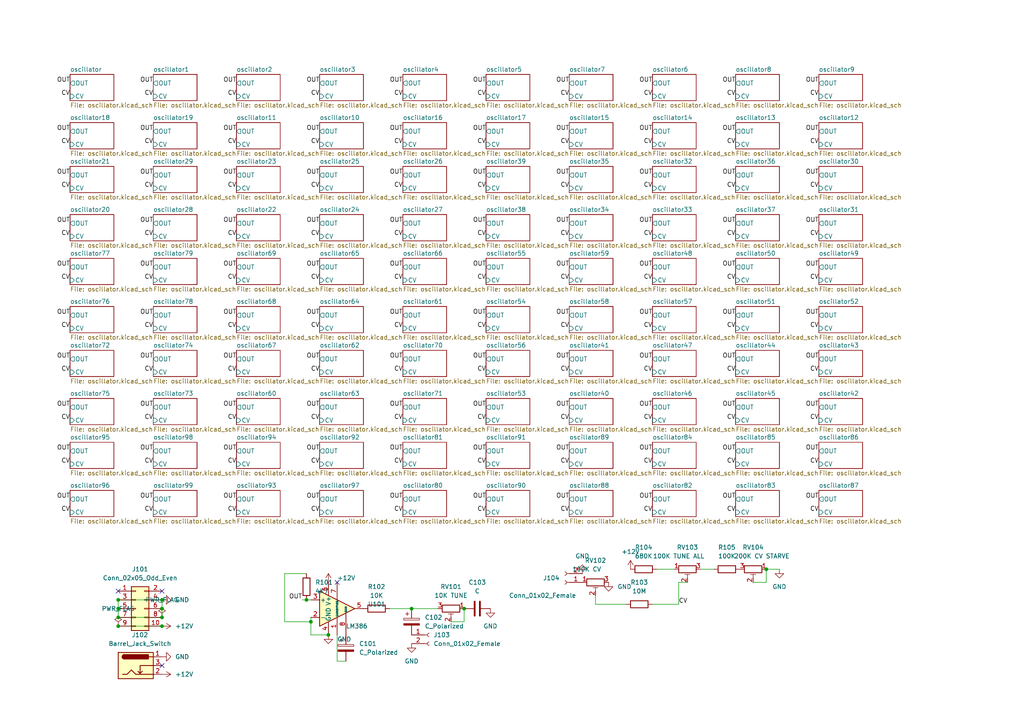
<source format=kicad_sch>
(kicad_sch (version 20210621) (generator eeschema)
  (paper "A4")
  (lib_symbols
    (symbol "Amplifier_Audio:LM386" (pin_names (offset 0.127))
      (property "Reference" "U" (at 1.27 7.62 0))
      (property "Value" "LM386" (at 1.27 5.08 0))
      (symbol "LM386_1_1"
        (pin input line (at 0 -7.62 90) (length 5.08) (name "GAIN") (number "1"))
        (pin input line (at -7.62 -2.54 0) (length 2.54) (name "-") (number "2"))
        (pin input line (at -7.62 2.54 0) (length 2.54) (name "+") (number "3"))
        (pin power_in line (at -2.54 -7.62 90) (length 3.81) (name "GND") (number "4"))
        (pin output line (at 7.62 0 180) (length 2.54) (name "~") (number "5"))
        (pin power_in line (at -2.54 7.62 270) (length 3.81) (name "V+") (number "6"))
        (pin input line (at 0 7.62 270) (length 5.08) (name "BYPASS") (number "7"))
        (pin input line (at 2.54 -7.62 90) (length 6.35) (name "GAIN") (number "8"))
      )
    )
    (symbol "Connector:Barrel_Jack_Switch" (pin_names hide)
      (property "Reference" "J" (at 0 5.334 0))
      (property "Value" "Barrel_Jack_Switch" (at 0 -5.08 0))
      (symbol "Barrel_Jack_Switch_1_1"
        (pin passive line (at 7.62 2.54 180) (length 2.54) (name "~") (number "1"))
        (pin passive line (at 7.62 -2.54 180) (length 2.54) (name "~") (number "2"))
        (pin passive line (at 7.62 0 180) (length 2.54) (name "~") (number "3"))
      )
    )
    (symbol "Connector:Conn_01x02_Female" (pin_names (offset 1.016) hide)
      (property "Reference" "J" (at 0 2.54 0))
      (property "Value" "Conn_01x02_Female" (at 0 -5.08 0))
      (symbol "Conn_01x02_Female_1_1"
        (pin passive line (at -5.08 0 0) (length 3.81) (name "Pin_1") (number "1"))
        (pin passive line (at -5.08 -2.54 0) (length 3.81) (name "Pin_2") (number "2"))
      )
    )
    (symbol "Connector_Generic:Conn_02x05_Odd_Even" (pin_names (offset 1.016) hide)
      (property "Reference" "J" (at 1.27 7.62 0))
      (property "Value" "Conn_02x05_Odd_Even" (at 1.27 -7.62 0))
      (symbol "Conn_02x05_Odd_Even_1_1"
        (pin passive line (at -5.08 5.08 0) (length 3.81) (name "Pin_1") (number "1"))
        (pin passive line (at 7.62 -5.08 180) (length 3.81) (name "Pin_10") (number "10"))
        (pin passive line (at 7.62 5.08 180) (length 3.81) (name "Pin_2") (number "2"))
        (pin passive line (at -5.08 2.54 0) (length 3.81) (name "Pin_3") (number "3"))
        (pin passive line (at 7.62 2.54 180) (length 3.81) (name "Pin_4") (number "4"))
        (pin passive line (at -5.08 0 0) (length 3.81) (name "Pin_5") (number "5"))
        (pin passive line (at 7.62 0 180) (length 3.81) (name "Pin_6") (number "6"))
        (pin passive line (at -5.08 -2.54 0) (length 3.81) (name "Pin_7") (number "7"))
        (pin passive line (at 7.62 -2.54 180) (length 3.81) (name "Pin_8") (number "8"))
        (pin passive line (at -5.08 -5.08 0) (length 3.81) (name "Pin_9") (number "9"))
      )
    )
    (symbol "Device:C" (pin_numbers hide) (pin_names (offset 0.254))
      (property "Reference" "C" (at 0.635 2.54 0))
      (property "Value" "C" (at 0.635 -2.54 0))
      (symbol "C_1_1"
        (pin passive line (at 0 3.81 270) (length 2.794) (name "~") (number "1"))
        (pin passive line (at 0 -3.81 90) (length 2.794) (name "~") (number "2"))
      )
    )
    (symbol "Device:C_Polarized" (pin_numbers hide) (pin_names (offset 0.254))
      (property "Reference" "C" (at 0.635 2.54 0))
      (property "Value" "C_Polarized" (at 0.635 -2.54 0))
      (symbol "C_Polarized_1_1"
        (pin passive line (at 0 3.81 270) (length 2.794) (name "~") (number "1"))
        (pin passive line (at 0 -3.81 90) (length 2.794) (name "~") (number "2"))
      )
    )
    (symbol "Device:R" (pin_numbers hide) (pin_names (offset 0))
      (property "Reference" "R" (at 2.032 0 90))
      (property "Value" "R" (at 0 0 90))
      (symbol "R_1_1"
        (pin passive line (at 0 3.81 270) (length 1.27) (name "~") (number "1"))
        (pin passive line (at 0 -3.81 90) (length 1.27) (name "~") (number "2"))
      )
    )
    (symbol "Device:R_Potentiometer_Trim" (pin_names (offset 1.016) hide)
      (property "Reference" "RV" (at -4.445 0 90))
      (property "Value" "R_Potentiometer_Trim" (at -2.54 0 90))
      (symbol "R_Potentiometer_Trim_1_1"
        (pin passive line (at 0 3.81 270) (length 1.27) (name "1") (number "1"))
        (pin passive line (at 3.81 0 180) (length 1.27) (name "2") (number "2"))
        (pin passive line (at 0 -3.81 90) (length 1.27) (name "3") (number "3"))
      )
    )
    (symbol "power:+12V" (power) (pin_names (offset 0))
      (property "Value" "+12V" (at 0 3.556 0))
      (symbol "+12V_1_1"
        (pin power_in line (at 0 0 90) (length 0) hide (name "+12V") (number "1"))
      )
    )
    (symbol "power:GND" (power) (pin_names (offset 0))
      (property "Value" "GND" (at 0 -3.81 0))
      (symbol "GND_1_1"
        (pin power_in line (at 0 0 270) (length 0) hide (name "GND") (number "1"))
      )
    )
    (symbol "power:PWR_FLAG" (power) (pin_numbers hide) (pin_names (offset 0) hide)
      (property "Value" "PWR_FLAG" (at 0 3.81 0))
      (symbol "PWR_FLAG_0_0"
        (pin power_out line (at 0 0 90) (length 0) (name "pwr") (number "1"))
      )
    )
  )
  (junction (at 34.29 173.99))
  (junction (at 34.29 176.53))
  (junction (at 34.29 179.07))
  (junction (at 34.29 181.61))
  (junction (at 46.99 173.99))
  (junction (at 46.99 176.53))
  (junction (at 46.99 179.07))
  (junction (at 46.99 181.61))
  (junction (at 88.9 173.99))
  (junction (at 90.17 180.34))
  (junction (at 95.25 184.15))
  (junction (at 119.38 176.53))
  (junction (at 134.62 176.53))
  (junction (at 222.25 165.1))
  (no_connect (at 34.29 171.45))
  (no_connect (at 46.99 171.45))
  (no_connect (at 46.99 193.04))
  (no_connect (at 97.79 168.91))
  (wire (pts (xy 34.29 173.99) (xy 34.29 176.53)))
  (wire (pts (xy 34.29 173.99) (xy 46.99 173.99)))
  (wire (pts (xy 34.29 176.53) (xy 34.29 179.07)))
  (wire (pts (xy 34.29 179.07) (xy 46.99 179.07)))
  (wire (pts (xy 34.29 181.61) (xy 46.99 181.61)))
  (wire (pts (xy 46.99 173.99) (xy 46.99 176.53)))
  (wire (pts (xy 46.99 176.53) (xy 46.99 179.07)))
  (wire (pts (xy 82.55 166.37) (xy 82.55 180.34)))
  (wire (pts (xy 82.55 180.34) (xy 90.17 180.34)))
  (wire (pts (xy 87.63 173.99) (xy 88.9 173.99)))
  (wire (pts (xy 88.9 166.37) (xy 82.55 166.37)))
  (wire (pts (xy 88.9 173.99) (xy 90.17 173.99)))
  (wire (pts (xy 90.17 179.07) (xy 90.17 180.34)))
  (wire (pts (xy 90.17 180.34) (xy 90.17 184.15)))
  (wire (pts (xy 90.17 184.15) (xy 95.25 184.15)))
  (wire (pts (xy 97.79 184.15) (xy 97.79 191.77)))
  (wire (pts (xy 97.79 191.77) (xy 100.33 191.77)))
  (wire (pts (xy 113.03 176.53) (xy 119.38 176.53)))
  (wire (pts (xy 119.38 176.53) (xy 127 176.53)))
  (wire (pts (xy 130.81 180.34) (xy 134.62 180.34)))
  (wire (pts (xy 134.62 180.34) (xy 134.62 176.53)))
  (wire (pts (xy 172.72 172.72) (xy 172.72 175.26)))
  (wire (pts (xy 172.72 175.26) (xy 181.61 175.26)))
  (wire (pts (xy 189.23 175.26) (xy 196.85 175.26)))
  (wire (pts (xy 190.5 165.1) (xy 195.58 165.1)))
  (wire (pts (xy 196.85 168.91) (xy 199.39 168.91)))
  (wire (pts (xy 196.85 175.26) (xy 196.85 168.91)))
  (wire (pts (xy 203.2 165.1) (xy 207.01 165.1)))
  (wire (pts (xy 218.44 168.91) (xy 222.25 168.91)))
  (wire (pts (xy 222.25 165.1) (xy 222.25 168.91)))
  (wire (pts (xy 222.25 165.1) (xy 226.06 165.1)))
  (label "OUT" (at 20.32 24.13 180))
  (label "CV" (at 20.32 27.94 180))
  (label "OUT" (at 20.32 38.1 180))
  (label "CV" (at 20.32 41.91 180))
  (label "OUT" (at 20.32 50.8 180))
  (label "CV" (at 20.32 54.61 180))
  (label "OUT" (at 20.32 64.77 180))
  (label "CV" (at 20.32 68.58 180))
  (label "OUT" (at 20.32 77.47 180))
  (label "CV" (at 20.32 81.28 180))
  (label "OUT" (at 20.32 91.44 180))
  (label "CV" (at 20.32 95.25 180))
  (label "OUT" (at 20.32 104.14 180))
  (label "CV" (at 20.32 107.95 180))
  (label "OUT" (at 20.32 118.11 180))
  (label "CV" (at 20.32 121.92 180))
  (label "OUT" (at 20.32 130.81 180))
  (label "CV" (at 20.32 134.62 180))
  (label "OUT" (at 20.32 144.78 180))
  (label "CV" (at 20.32 148.59 180))
  (label "OUT" (at 44.45 24.13 180))
  (label "CV" (at 44.45 27.94 180))
  (label "OUT" (at 44.45 38.1 180))
  (label "CV" (at 44.45 41.91 180))
  (label "OUT" (at 44.45 50.8 180))
  (label "CV" (at 44.45 54.61 180))
  (label "OUT" (at 44.45 64.77 180))
  (label "CV" (at 44.45 68.58 180))
  (label "OUT" (at 44.45 77.47 180))
  (label "CV" (at 44.45 81.28 180))
  (label "OUT" (at 44.45 91.44 180))
  (label "CV" (at 44.45 95.25 180))
  (label "OUT" (at 44.45 104.14 180))
  (label "CV" (at 44.45 107.95 180))
  (label "OUT" (at 44.45 118.11 180))
  (label "CV" (at 44.45 121.92 180))
  (label "OUT" (at 44.45 130.81 180))
  (label "CV" (at 44.45 134.62 180))
  (label "OUT" (at 44.45 144.78 180))
  (label "CV" (at 44.45 148.59 180))
  (label "OUT" (at 68.58 24.13 180))
  (label "CV" (at 68.58 27.94 180))
  (label "OUT" (at 68.58 38.1 180))
  (label "CV" (at 68.58 41.91 180))
  (label "OUT" (at 68.58 50.8 180))
  (label "CV" (at 68.58 54.61 180))
  (label "OUT" (at 68.58 64.77 180))
  (label "CV" (at 68.58 68.58 180))
  (label "OUT" (at 68.58 77.47 180))
  (label "CV" (at 68.58 81.28 180))
  (label "OUT" (at 68.58 91.44 180))
  (label "CV" (at 68.58 95.25 180))
  (label "OUT" (at 68.58 104.14 180))
  (label "CV" (at 68.58 107.95 180))
  (label "OUT" (at 68.58 118.11 180))
  (label "CV" (at 68.58 121.92 180))
  (label "OUT" (at 68.58 130.81 180))
  (label "CV" (at 68.58 134.62 180))
  (label "OUT" (at 68.58 144.78 180))
  (label "CV" (at 68.58 148.59 180))
  (label "OUT" (at 87.63 173.99 180))
  (label "OUT" (at 92.71 24.13 180))
  (label "CV" (at 92.71 27.94 180))
  (label "OUT" (at 92.71 38.1 180))
  (label "CV" (at 92.71 41.91 180))
  (label "OUT" (at 92.71 50.8 180))
  (label "CV" (at 92.71 54.61 180))
  (label "OUT" (at 92.71 64.77 180))
  (label "CV" (at 92.71 68.58 180))
  (label "OUT" (at 92.71 77.47 180))
  (label "CV" (at 92.71 81.28 180))
  (label "OUT" (at 92.71 91.44 180))
  (label "CV" (at 92.71 95.25 180))
  (label "OUT" (at 92.71 104.14 180))
  (label "CV" (at 92.71 107.95 180))
  (label "OUT" (at 92.71 118.11 180))
  (label "CV" (at 92.71 121.92 180))
  (label "OUT" (at 92.71 130.81 180))
  (label "CV" (at 92.71 134.62 180))
  (label "OUT" (at 92.71 144.78 180))
  (label "CV" (at 92.71 148.59 180))
  (label "OUT" (at 116.84 24.13 180))
  (label "CV" (at 116.84 27.94 180))
  (label "OUT" (at 116.84 38.1 180))
  (label "CV" (at 116.84 41.91 180))
  (label "OUT" (at 116.84 50.8 180))
  (label "CV" (at 116.84 54.61 180))
  (label "OUT" (at 116.84 64.77 180))
  (label "CV" (at 116.84 68.58 180))
  (label "OUT" (at 116.84 77.47 180))
  (label "CV" (at 116.84 81.28 180))
  (label "OUT" (at 116.84 91.44 180))
  (label "CV" (at 116.84 95.25 180))
  (label "OUT" (at 116.84 104.14 180))
  (label "CV" (at 116.84 107.95 180))
  (label "OUT" (at 116.84 118.11 180))
  (label "CV" (at 116.84 121.92 180))
  (label "OUT" (at 116.84 130.81 180))
  (label "CV" (at 116.84 134.62 180))
  (label "OUT" (at 116.84 144.78 180))
  (label "CV" (at 116.84 148.59 180))
  (label "OUT" (at 140.97 24.13 180))
  (label "CV" (at 140.97 27.94 180))
  (label "OUT" (at 140.97 38.1 180))
  (label "CV" (at 140.97 41.91 180))
  (label "OUT" (at 140.97 50.8 180))
  (label "CV" (at 140.97 54.61 180))
  (label "OUT" (at 140.97 64.77 180))
  (label "CV" (at 140.97 68.58 180))
  (label "OUT" (at 140.97 77.47 180))
  (label "CV" (at 140.97 81.28 180))
  (label "OUT" (at 140.97 91.44 180))
  (label "CV" (at 140.97 95.25 180))
  (label "OUT" (at 140.97 104.14 180))
  (label "CV" (at 140.97 107.95 180))
  (label "OUT" (at 140.97 118.11 180))
  (label "CV" (at 140.97 121.92 180))
  (label "OUT" (at 140.97 130.81 180))
  (label "CV" (at 140.97 134.62 180))
  (label "OUT" (at 140.97 144.78 180))
  (label "CV" (at 140.97 148.59 180))
  (label "OUT" (at 165.1 24.13 180))
  (label "CV" (at 165.1 27.94 180))
  (label "OUT" (at 165.1 38.1 180))
  (label "CV" (at 165.1 41.91 180))
  (label "OUT" (at 165.1 50.8 180))
  (label "CV" (at 165.1 54.61 180))
  (label "OUT" (at 165.1 64.77 180))
  (label "CV" (at 165.1 68.58 180))
  (label "OUT" (at 165.1 77.47 180))
  (label "CV" (at 165.1 81.28 180))
  (label "OUT" (at 165.1 91.44 180))
  (label "CV" (at 165.1 95.25 180))
  (label "OUT" (at 165.1 104.14 180))
  (label "CV" (at 165.1 107.95 180))
  (label "OUT" (at 165.1 118.11 180))
  (label "CV" (at 165.1 121.92 180))
  (label "OUT" (at 165.1 130.81 180))
  (label "CV" (at 165.1 134.62 180))
  (label "OUT" (at 165.1 144.78 180))
  (label "CV" (at 165.1 148.59 180))
  (label "OUT" (at 189.23 24.13 180))
  (label "CV" (at 189.23 27.94 180))
  (label "OUT" (at 189.23 38.1 180))
  (label "CV" (at 189.23 41.91 180))
  (label "OUT" (at 189.23 50.8 180))
  (label "CV" (at 189.23 54.61 180))
  (label "OUT" (at 189.23 64.77 180))
  (label "CV" (at 189.23 68.58 180))
  (label "OUT" (at 189.23 77.47 180))
  (label "CV" (at 189.23 81.28 180))
  (label "OUT" (at 189.23 91.44 180))
  (label "CV" (at 189.23 95.25 180))
  (label "OUT" (at 189.23 104.14 180))
  (label "CV" (at 189.23 107.95 180))
  (label "OUT" (at 189.23 118.11 180))
  (label "CV" (at 189.23 121.92 180))
  (label "OUT" (at 189.23 130.81 180))
  (label "CV" (at 189.23 134.62 180))
  (label "OUT" (at 189.23 144.78 180))
  (label "CV" (at 189.23 148.59 180))
  (label "CV" (at 196.85 175.26 0))
  (label "OUT" (at 213.36 24.13 180))
  (label "CV" (at 213.36 27.94 180))
  (label "OUT" (at 213.36 38.1 180))
  (label "CV" (at 213.36 41.91 180))
  (label "OUT" (at 213.36 50.8 180))
  (label "CV" (at 213.36 54.61 180))
  (label "OUT" (at 213.36 64.77 180))
  (label "CV" (at 213.36 68.58 180))
  (label "OUT" (at 213.36 77.47 180))
  (label "CV" (at 213.36 81.28 180))
  (label "OUT" (at 213.36 91.44 180))
  (label "CV" (at 213.36 95.25 180))
  (label "OUT" (at 213.36 104.14 180))
  (label "CV" (at 213.36 107.95 180))
  (label "OUT" (at 213.36 118.11 180))
  (label "CV" (at 213.36 121.92 180))
  (label "OUT" (at 213.36 130.81 180))
  (label "CV" (at 213.36 134.62 180))
  (label "OUT" (at 213.36 144.78 180))
  (label "CV" (at 213.36 148.59 180))
  (label "OUT" (at 237.49 24.13 180))
  (label "CV" (at 237.49 27.94 180))
  (label "OUT" (at 237.49 38.1 180))
  (label "CV" (at 237.49 41.91 180))
  (label "OUT" (at 237.49 50.8 180))
  (label "CV" (at 237.49 54.61 180))
  (label "OUT" (at 237.49 64.77 180))
  (label "CV" (at 237.49 68.58 180))
  (label "OUT" (at 237.49 77.47 180))
  (label "CV" (at 237.49 81.28 180))
  (label "OUT" (at 237.49 91.44 180))
  (label "CV" (at 237.49 95.25 180))
  (label "OUT" (at 237.49 104.14 180))
  (label "CV" (at 237.49 107.95 180))
  (label "OUT" (at 237.49 118.11 180))
  (label "CV" (at 237.49 121.92 180))
  (label "OUT" (at 237.49 130.81 180))
  (label "CV" (at 237.49 134.62 180))
  (label "OUT" (at 237.49 144.78 180))
  (label "CV" (at 237.49 148.59 180))
  (symbol (lib_id "power:+12V") (at 46.99 181.61 270) (unit 1)
    (property "Reference" "#PWR0102" (effects hide))
    (property "Value" "+12V" (at 50.8 181.6099 90) (effects (justify left)))
  )
  (symbol (lib_id "power:+12V") (at 46.99 195.58 270) (unit 1)
    (property "Reference" "#PWR0104" (effects hide))
    (property "Value" "+12V" (at 50.8 195.5799 90) (effects (justify left)))
  )
  (symbol (lib_id "power:+12V") (at 95.25 168.91 0) (unit 1)
    (property "Reference" "#PWR0105" (effects hide))
    (property "Value" "+12V" (at 97.79 167.6399 0) (effects (justify left)))
  )
  (symbol (lib_id "power:+12V") (at 182.88 165.1 0) (unit 1)
    (property "Reference" "#PWR0111" (effects hide))
    (property "Value" "+12V" (at 182.88 160.02 0))
  )
  (symbol (lib_id "power:PWR_FLAG") (at 34.29 181.61 0) (unit 1)
    (property "Reference" "#FLG0101" (effects hide))
    (property "Value" "PWR_FLAG" (at 34.29 176.53 0))
  )
  (symbol (lib_id "power:PWR_FLAG") (at 46.99 179.07 0) (unit 1)
    (property "Reference" "#FLG0102" (effects hide))
    (property "Value" "PWR_FLAG" (at 46.99 173.99 0))
  )
  (symbol (lib_id "power:GND") (at 46.99 173.99 90) (unit 1)
    (property "Reference" "#PWR0101" (effects hide))
    (property "Value" "GND" (at 50.8 173.9899 90) (effects (justify right)))
  )
  (symbol (lib_id "power:GND") (at 46.99 190.5 90) (unit 1)
    (property "Reference" "#PWR0103" (effects hide))
    (property "Value" "GND" (at 50.8 190.4999 90) (effects (justify right)))
  )
  (symbol (lib_id "power:GND") (at 95.25 184.15 0) (unit 1)
    (property "Reference" "#PWR0106" (effects hide))
    (property "Value" "GND" (at 97.79 185.4198 0) (effects (justify left)))
  )
  (symbol (lib_id "power:GND") (at 119.38 186.69 0) (unit 1)
    (property "Reference" "#PWR0107" (effects hide))
    (property "Value" "GND" (at 119.38 191.77 0))
  )
  (symbol (lib_id "power:GND") (at 142.24 176.53 0) (unit 1)
    (property "Reference" "#PWR0108" (effects hide))
    (property "Value" "GND" (at 142.24 181.61 0))
  )
  (symbol (lib_id "power:GND") (at 168.91 166.37 180) (unit 1)
    (property "Reference" "#PWR0109" (effects hide))
    (property "Value" "GND" (at 168.91 161.29 0))
  )
  (symbol (lib_id "power:GND") (at 176.53 168.91 0) (unit 1)
    (property "Reference" "#PWR0110" (effects hide))
    (property "Value" "GND" (at 179.07 170.1798 0) (effects (justify left)))
  )
  (symbol (lib_id "power:GND") (at 226.06 165.1 0) (unit 1)
    (property "Reference" "#PWR0112" (effects hide))
    (property "Value" "GND" (at 226.06 170.18 0))
  )
  (symbol (lib_id "Device:R") (at 88.9 170.18 0) (unit 1)
    (property "Reference" "R101" (at 91.44 168.9099 0) (effects (justify left)))
    (property "Value" "4K7" (at 91.44 171.4499 0) (effects (justify left)))
    (property "Footprint" "Resistor_SMD:R_1206_3216Metric_Pad1.30x1.75mm_HandSolder" (effects hide))
    (property "Price" "0.015" (effects hide))
  )
  (symbol (lib_id "Device:R") (at 109.22 176.53 90) (unit 1)
    (property "Reference" "R102" (at 109.22 170.18 90))
    (property "Value" "10K" (at 109.22 172.72 90))
    (property "Footprint" "Resistor_SMD:R_1206_3216Metric_Pad1.30x1.75mm_HandSolder" (effects hide))
    (property "Price" "0.015" (effects hide))
  )
  (symbol (lib_id "Device:R") (at 185.42 175.26 90) (unit 1)
    (property "Reference" "R103" (at 185.42 168.91 90))
    (property "Value" "10M" (at 185.42 171.45 90))
    (property "Footprint" "Resistor_SMD:R_1206_3216Metric_Pad1.30x1.75mm_HandSolder" (effects hide))
    (property "Price" "0.015" (effects hide))
  )
  (symbol (lib_id "Device:R") (at 186.69 165.1 90) (unit 1)
    (property "Reference" "R104" (at 186.69 158.75 90))
    (property "Value" "680K" (at 186.69 161.29 90))
    (property "Footprint" "Resistor_SMD:R_1206_3216Metric_Pad1.30x1.75mm_HandSolder" (effects hide))
    (property "Price" "0.015" (effects hide))
  )
  (symbol (lib_id "Device:R") (at 210.82 165.1 90) (unit 1)
    (property "Reference" "R105" (at 210.82 158.75 90))
    (property "Value" "100K" (at 210.82 161.29 90))
    (property "Footprint" "Resistor_SMD:R_1206_3216Metric_Pad1.30x1.75mm_HandSolder" (effects hide))
    (property "Price" "0.015" (effects hide))
  )
  (symbol (lib_id "Connector:Conn_01x02_Female") (at 124.46 184.15 0) (unit 1)
    (property "Reference" "J103" (at 125.73 184.1499 0) (effects (justify left)))
    (property "Value" "Conn_01x02_Female" (at 125.73 186.6899 0) (effects (justify left)))
    (property "Footprint" "Connector_PinHeader_2.54mm:PinHeader_1x02_P2.54mm_Vertical" (effects hide))
  )
  (symbol (lib_id "Connector:Conn_01x02_Female") (at 163.83 168.91 180) (unit 1)
    (property "Reference" "J104" (at 159.9057 167.64 0))
    (property "Value" "Conn_01x02_Female" (at 157.3657 172.72 0))
    (property "Footprint" "Connector_PinHeader_2.54mm:PinHeader_1x02_P2.54mm_Vertical" (effects hide))
  )
  (symbol (lib_id "Device:C_Polarized") (at 100.33 187.96 0) (unit 1)
    (property "Reference" "C101" (at 104.14 186.6899 0) (effects (justify left)))
    (property "Value" "C_Polarized" (at 104.14 189.2299 0) (effects (justify left)))
    (property "Footprint" "Capacitor_THT:CP_Radial_D6.3mm_P2.50mm" (effects hide))
    (property "Price" "0.05" (effects hide))
  )
  (symbol (lib_id "Device:C_Polarized") (at 119.38 180.34 0) (unit 1)
    (property "Reference" "C102" (at 123.19 179.0699 0) (effects (justify left)))
    (property "Value" "C_Polarized" (at 123.19 181.6099 0) (effects (justify left)))
    (property "Footprint" "Capacitor_THT:CP_Radial_D6.3mm_P2.50mm" (effects hide))
    (property "Price" "0.05" (effects hide))
  )
  (symbol (lib_id "Device:C") (at 138.43 176.53 90) (unit 1)
    (property "Reference" "C103" (at 138.43 168.91 90))
    (property "Value" "C" (at 138.43 171.45 90))
    (property "Footprint" "Capacitor_THT:C_Disc_D4.7mm_W2.5mm_P5.00mm" (effects hide))
    (property "Price" "0.02" (effects hide))
  )
  (symbol (lib_id "Device:R_Potentiometer_Trim") (at 130.81 176.53 270) (unit 1)
    (property "Reference" "RV101" (at 130.81 170.18 90))
    (property "Value" "10K TUNE" (at 130.81 172.72 90))
    (property "Footprint" "Potentiometer_THT:Potentiometer_Bourns_3386F_Vertical" (effects hide))
    (property "Price" "0.06" (effects hide))
  )
  (symbol (lib_id "Device:R_Potentiometer_Trim") (at 172.72 168.91 90) (mirror x) (unit 1)
    (property "Reference" "RV102" (at 172.72 162.56 90))
    (property "Value" "100K CV" (at 170.18 165.1 90))
    (property "Footprint" "Potentiometer_THT:Potentiometer_Bourns_3386F_Vertical" (effects hide))
    (property "Price" "0.06" (effects hide))
  )
  (symbol (lib_id "Device:R_Potentiometer_Trim") (at 199.39 165.1 90) (mirror x) (unit 1)
    (property "Reference" "RV103" (at 199.39 158.75 90))
    (property "Value" "100K TUNE ALL" (at 196.85 161.29 90))
    (property "Footprint" "Potentiometer_THT:Potentiometer_Bourns_3386F_Vertical" (effects hide))
    (property "Price" "0.06" (effects hide))
  )
  (symbol (lib_id "Device:R_Potentiometer_Trim") (at 218.44 165.1 270) (unit 1)
    (property "Reference" "RV104" (at 218.44 158.75 90))
    (property "Value" "200K CV STARVE" (at 220.98 161.29 90))
    (property "Footprint" "Potentiometer_THT:Potentiometer_Bourns_3386F_Vertical" (effects hide))
    (property "Price" "0.06" (effects hide))
  )
  (symbol (lib_id "Connector:Barrel_Jack_Switch") (at 39.37 193.04 0) (unit 1)
    (property "Reference" "J102" (at 40.5765 184.15 0))
    (property "Value" "Barrel_Jack_Switch" (at 40.5765 186.69 0))
    (property "Footprint" "Connector_BarrelJack:BarrelJack_GCT_DCJ200-10-A_Horizontal" (effects hide))
    (property "Price" "0.05" (effects hide))
  )
  (symbol (lib_id "Connector_Generic:Conn_02x05_Odd_Even") (at 39.37 176.53 0) (unit 1)
    (property "Reference" "J101" (at 40.64 165.1 0))
    (property "Value" "Conn_02x05_Odd_Even" (at 40.64 167.64 0))
    (property "Footprint" "Connector_IDC:IDC-Header_2x05_P2.54mm_Vertical" (effects hide))
    (property "Price" "0.05" (effects hide))
  )
  (symbol (lib_id "Amplifier_Audio:LM386") (at 97.79 176.53 0) (unit 1)
    (property "Reference" "U101" (at 106.68 175.2599 0) (effects (justify left)))
    (property "Value" "LM386" (at 100.33 181.6099 0) (effects (justify left)))
    (property "Footprint" "Package_DIP:DIP-8_W7.62mm_Socket_LongPads" (effects hide))
    (property "Datasheet" "http://www.ti.com/lit/ds/symlink/lm386.pdf" (effects hide))
    (property "Price" "0.23" (effects hide))
  )
  (sheet (at 20.32 21.59) (size 12.7 7.62) (stroke (width 0.1524))
    (property "Sheet name" "oscillator" (at 20.32 20.8784 0) (effects (justify left bottom)))
    (property "Sheet file" "oscillator.kicad_sch" (at 20.32 29.7946 0) (effects (justify left top)))
    (pin "CV" input (at 20.32 27.94 180))
    (pin "OUT" output (at 20.32 24.13 180))
  )
  (sheet (at 44.45 21.59) (size 12.7 7.62) (stroke (width 0.1524))
    (property "Sheet name" "oscillator1" (at 44.45 20.8784 0) (effects (justify left bottom)))
    (property "Sheet file" "oscillator.kicad_sch" (at 44.45 29.7946 0) (effects (justify left top)))
    (pin "CV" input (at 44.45 27.94 180))
    (pin "OUT" output (at 44.45 24.13 180))
  )
  (sheet (at 92.71 35.56) (size 12.7 7.62) (stroke (width 0.1524))
    (property "Sheet name" "oscillator10" (at 92.71 34.8484 0) (effects (justify left bottom)))
    (property "Sheet file" "oscillator.kicad_sch" (at 92.71 43.7646 0) (effects (justify left top)))
    (pin "CV" input (at 92.71 41.91 180))
    (pin "OUT" output (at 92.71 38.1 180))
  )
  (sheet (at 68.58 35.56) (size 12.7 7.62) (stroke (width 0.1524))
    (property "Sheet name" "oscillator11" (at 68.58 34.8484 0) (effects (justify left bottom)))
    (property "Sheet file" "oscillator.kicad_sch" (at 68.58 43.7646 0) (effects (justify left top)))
    (pin "CV" input (at 68.58 41.91 180))
    (pin "OUT" output (at 68.58 38.1 180))
  )
  (sheet (at 237.49 35.56) (size 12.7 7.62) (stroke (width 0.1524))
    (property "Sheet name" "oscillator12" (at 237.49 34.8484 0) (effects (justify left bottom)))
    (property "Sheet file" "oscillator.kicad_sch" (at 237.49 43.7646 0) (effects (justify left top)))
    (pin "CV" input (at 237.49 41.91 180))
    (pin "OUT" output (at 237.49 38.1 180))
  )
  (sheet (at 213.36 35.56) (size 12.7 7.62) (stroke (width 0.1524))
    (property "Sheet name" "oscillator13" (at 213.36 34.8484 0) (effects (justify left bottom)))
    (property "Sheet file" "oscillator.kicad_sch" (at 213.36 43.7646 0) (effects (justify left top)))
    (pin "CV" input (at 213.36 41.91 180))
    (pin "OUT" output (at 213.36 38.1 180))
  )
  (sheet (at 189.23 35.56) (size 12.7 7.62) (stroke (width 0.1524))
    (property "Sheet name" "oscillator14" (at 189.23 34.8484 0) (effects (justify left bottom)))
    (property "Sheet file" "oscillator.kicad_sch" (at 189.23 43.7646 0) (effects (justify left top)))
    (pin "CV" input (at 189.23 41.91 180))
    (pin "OUT" output (at 189.23 38.1 180))
  )
  (sheet (at 165.1 35.56) (size 12.7 7.62) (stroke (width 0.1524))
    (property "Sheet name" "oscillator15" (at 165.1 34.8484 0) (effects (justify left bottom)))
    (property "Sheet file" "oscillator.kicad_sch" (at 165.1 43.7646 0) (effects (justify left top)))
    (pin "CV" input (at 165.1 41.91 180))
    (pin "OUT" output (at 165.1 38.1 180))
  )
  (sheet (at 116.84 35.56) (size 12.7 7.62) (stroke (width 0.1524))
    (property "Sheet name" "oscillator16" (at 116.84 34.8484 0) (effects (justify left bottom)))
    (property "Sheet file" "oscillator.kicad_sch" (at 116.84 43.7646 0) (effects (justify left top)))
    (pin "CV" input (at 116.84 41.91 180))
    (pin "OUT" output (at 116.84 38.1 180))
  )
  (sheet (at 140.97 35.56) (size 12.7 7.62) (stroke (width 0.1524))
    (property "Sheet name" "oscillator17" (at 140.97 34.8484 0) (effects (justify left bottom)))
    (property "Sheet file" "oscillator.kicad_sch" (at 140.97 43.7646 0) (effects (justify left top)))
    (pin "CV" input (at 140.97 41.91 180))
    (pin "OUT" output (at 140.97 38.1 180))
  )
  (sheet (at 20.32 35.56) (size 12.7 7.62) (stroke (width 0.1524))
    (property "Sheet name" "oscillator18" (at 20.32 34.8484 0) (effects (justify left bottom)))
    (property "Sheet file" "oscillator.kicad_sch" (at 20.32 43.7646 0) (effects (justify left top)))
    (pin "CV" input (at 20.32 41.91 180))
    (pin "OUT" output (at 20.32 38.1 180))
  )
  (sheet (at 44.45 35.56) (size 12.7 7.62) (stroke (width 0.1524))
    (property "Sheet name" "oscillator19" (at 44.45 34.8484 0) (effects (justify left bottom)))
    (property "Sheet file" "oscillator.kicad_sch" (at 44.45 43.7646 0) (effects (justify left top)))
    (pin "CV" input (at 44.45 41.91 180))
    (pin "OUT" output (at 44.45 38.1 180))
  )
  (sheet (at 68.58 21.59) (size 12.7 7.62) (stroke (width 0.1524))
    (property "Sheet name" "oscillator2" (at 68.58 20.8784 0) (effects (justify left bottom)))
    (property "Sheet file" "oscillator.kicad_sch" (at 68.58 29.7946 0) (effects (justify left top)))
    (pin "CV" input (at 68.58 27.94 180))
    (pin "OUT" output (at 68.58 24.13 180))
  )
  (sheet (at 20.32 62.23) (size 12.7 7.62) (stroke (width 0.1524))
    (property "Sheet name" "oscillator20" (at 20.32 61.5184 0) (effects (justify left bottom)))
    (property "Sheet file" "oscillator.kicad_sch" (at 20.32 70.4346 0) (effects (justify left top)))
    (pin "CV" input (at 20.32 68.58 180))
    (pin "OUT" output (at 20.32 64.77 180))
  )
  (sheet (at 20.32 48.26) (size 12.7 7.62) (stroke (width 0.1524))
    (property "Sheet name" "oscillator21" (at 20.32 47.5484 0) (effects (justify left bottom)))
    (property "Sheet file" "oscillator.kicad_sch" (at 20.32 56.4646 0) (effects (justify left top)))
    (pin "CV" input (at 20.32 54.61 180))
    (pin "OUT" output (at 20.32 50.8 180))
  )
  (sheet (at 68.58 62.23) (size 12.7 7.62) (stroke (width 0.1524))
    (property "Sheet name" "oscillator22" (at 68.58 61.5184 0) (effects (justify left bottom)))
    (property "Sheet file" "oscillator.kicad_sch" (at 68.58 70.4346 0) (effects (justify left top)))
    (pin "CV" input (at 68.58 68.58 180))
    (pin "OUT" output (at 68.58 64.77 180))
  )
  (sheet (at 68.58 48.26) (size 12.7 7.62) (stroke (width 0.1524))
    (property "Sheet name" "oscillator23" (at 68.58 47.5484 0) (effects (justify left bottom)))
    (property "Sheet file" "oscillator.kicad_sch" (at 68.58 56.4646 0) (effects (justify left top)))
    (pin "CV" input (at 68.58 54.61 180))
    (pin "OUT" output (at 68.58 50.8 180))
  )
  (sheet (at 92.71 62.23) (size 12.7 7.62) (stroke (width 0.1524))
    (property "Sheet name" "oscillator24" (at 92.71 61.5184 0) (effects (justify left bottom)))
    (property "Sheet file" "oscillator.kicad_sch" (at 92.71 70.4346 0) (effects (justify left top)))
    (pin "CV" input (at 92.71 68.58 180))
    (pin "OUT" output (at 92.71 64.77 180))
  )
  (sheet (at 92.71 48.26) (size 12.7 7.62) (stroke (width 0.1524))
    (property "Sheet name" "oscillator25" (at 92.71 47.5484 0) (effects (justify left bottom)))
    (property "Sheet file" "oscillator.kicad_sch" (at 92.71 56.4646 0) (effects (justify left top)))
    (pin "CV" input (at 92.71 54.61 180))
    (pin "OUT" output (at 92.71 50.8 180))
  )
  (sheet (at 116.84 48.26) (size 12.7 7.62) (stroke (width 0.1524))
    (property "Sheet name" "oscillator26" (at 116.84 47.5484 0) (effects (justify left bottom)))
    (property "Sheet file" "oscillator.kicad_sch" (at 116.84 56.4646 0) (effects (justify left top)))
    (pin "CV" input (at 116.84 54.61 180))
    (pin "OUT" output (at 116.84 50.8 180))
  )
  (sheet (at 116.84 62.23) (size 12.7 7.62) (stroke (width 0.1524))
    (property "Sheet name" "oscillator27" (at 116.84 61.5184 0) (effects (justify left bottom)))
    (property "Sheet file" "oscillator.kicad_sch" (at 116.84 70.4346 0) (effects (justify left top)))
    (pin "CV" input (at 116.84 68.58 180))
    (pin "OUT" output (at 116.84 64.77 180))
  )
  (sheet (at 44.45 62.23) (size 12.7 7.62) (stroke (width 0.1524))
    (property "Sheet name" "oscillator28" (at 44.45 61.5184 0) (effects (justify left bottom)))
    (property "Sheet file" "oscillator.kicad_sch" (at 44.45 70.4346 0) (effects (justify left top)))
    (pin "CV" input (at 44.45 68.58 180))
    (pin "OUT" output (at 44.45 64.77 180))
  )
  (sheet (at 44.45 48.26) (size 12.7 7.62) (stroke (width 0.1524))
    (property "Sheet name" "oscillator29" (at 44.45 47.5484 0) (effects (justify left bottom)))
    (property "Sheet file" "oscillator.kicad_sch" (at 44.45 56.4646 0) (effects (justify left top)))
    (pin "CV" input (at 44.45 54.61 180))
    (pin "OUT" output (at 44.45 50.8 180))
  )
  (sheet (at 92.71 21.59) (size 12.7 7.62) (stroke (width 0.1524))
    (property "Sheet name" "oscillator3" (at 92.71 20.8784 0) (effects (justify left bottom)))
    (property "Sheet file" "oscillator.kicad_sch" (at 92.71 29.7946 0) (effects (justify left top)))
    (pin "CV" input (at 92.71 27.94 180))
    (pin "OUT" output (at 92.71 24.13 180))
  )
  (sheet (at 237.49 48.26) (size 12.7 7.62) (stroke (width 0.1524))
    (property "Sheet name" "oscillator30" (at 237.49 47.5484 0) (effects (justify left bottom)))
    (property "Sheet file" "oscillator.kicad_sch" (at 237.49 56.4646 0) (effects (justify left top)))
    (pin "CV" input (at 237.49 54.61 180))
    (pin "OUT" output (at 237.49 50.8 180))
  )
  (sheet (at 237.49 62.23) (size 12.7 7.62) (stroke (width 0.1524))
    (property "Sheet name" "oscillator31" (at 237.49 61.5184 0) (effects (justify left bottom)))
    (property "Sheet file" "oscillator.kicad_sch" (at 237.49 70.4346 0) (effects (justify left top)))
    (pin "CV" input (at 237.49 68.58 180))
    (pin "OUT" output (at 237.49 64.77 180))
  )
  (sheet (at 189.23 48.26) (size 12.7 7.62) (stroke (width 0.1524))
    (property "Sheet name" "oscillator32" (at 189.23 47.5484 0) (effects (justify left bottom)))
    (property "Sheet file" "oscillator.kicad_sch" (at 189.23 56.4646 0) (effects (justify left top)))
    (pin "CV" input (at 189.23 54.61 180))
    (pin "OUT" output (at 189.23 50.8 180))
  )
  (sheet (at 189.23 62.23) (size 12.7 7.62) (stroke (width 0.1524))
    (property "Sheet name" "oscillator33" (at 189.23 61.5184 0) (effects (justify left bottom)))
    (property "Sheet file" "oscillator.kicad_sch" (at 189.23 70.4346 0) (effects (justify left top)))
    (pin "CV" input (at 189.23 68.58 180))
    (pin "OUT" output (at 189.23 64.77 180))
  )
  (sheet (at 165.1 62.23) (size 12.7 7.62) (stroke (width 0.1524))
    (property "Sheet name" "oscillator34" (at 165.1 61.5184 0) (effects (justify left bottom)))
    (property "Sheet file" "oscillator.kicad_sch" (at 165.1 70.4346 0) (effects (justify left top)))
    (pin "CV" input (at 165.1 68.58 180))
    (pin "OUT" output (at 165.1 64.77 180))
  )
  (sheet (at 165.1 48.26) (size 12.7 7.62) (stroke (width 0.1524))
    (property "Sheet name" "oscillator35" (at 165.1 47.5484 0) (effects (justify left bottom)))
    (property "Sheet file" "oscillator.kicad_sch" (at 165.1 56.4646 0) (effects (justify left top)))
    (pin "CV" input (at 165.1 54.61 180))
    (pin "OUT" output (at 165.1 50.8 180))
  )
  (sheet (at 213.36 48.26) (size 12.7 7.62) (stroke (width 0.1524))
    (property "Sheet name" "oscillator36" (at 213.36 47.5484 0) (effects (justify left bottom)))
    (property "Sheet file" "oscillator.kicad_sch" (at 213.36 56.4646 0) (effects (justify left top)))
    (pin "CV" input (at 213.36 54.61 180))
    (pin "OUT" output (at 213.36 50.8 180))
  )
  (sheet (at 213.36 62.23) (size 12.7 7.62) (stroke (width 0.1524))
    (property "Sheet name" "oscillator37" (at 213.36 61.5184 0) (effects (justify left bottom)))
    (property "Sheet file" "oscillator.kicad_sch" (at 213.36 70.4346 0) (effects (justify left top)))
    (pin "CV" input (at 213.36 68.58 180))
    (pin "OUT" output (at 213.36 64.77 180))
  )
  (sheet (at 140.97 62.23) (size 12.7 7.62) (stroke (width 0.1524))
    (property "Sheet name" "oscillator38" (at 140.97 61.5184 0) (effects (justify left bottom)))
    (property "Sheet file" "oscillator.kicad_sch" (at 140.97 70.4346 0) (effects (justify left top)))
    (pin "CV" input (at 140.97 68.58 180))
    (pin "OUT" output (at 140.97 64.77 180))
  )
  (sheet (at 140.97 48.26) (size 12.7 7.62) (stroke (width 0.1524))
    (property "Sheet name" "oscillator39" (at 140.97 47.5484 0) (effects (justify left bottom)))
    (property "Sheet file" "oscillator.kicad_sch" (at 140.97 56.4646 0) (effects (justify left top)))
    (pin "CV" input (at 140.97 54.61 180))
    (pin "OUT" output (at 140.97 50.8 180))
  )
  (sheet (at 116.84 21.59) (size 12.7 7.62) (stroke (width 0.1524))
    (property "Sheet name" "oscillator4" (at 116.84 20.8784 0) (effects (justify left bottom)))
    (property "Sheet file" "oscillator.kicad_sch" (at 116.84 29.7946 0) (effects (justify left top)))
    (pin "CV" input (at 116.84 27.94 180))
    (pin "OUT" output (at 116.84 24.13 180))
  )
  (sheet (at 165.1 115.57) (size 12.7 7.62) (stroke (width 0.1524))
    (property "Sheet name" "oscillator40" (at 165.1 114.8584 0) (effects (justify left bottom)))
    (property "Sheet file" "oscillator.kicad_sch" (at 165.1 123.7746 0) (effects (justify left top)))
    (pin "CV" input (at 165.1 121.92 180))
    (pin "OUT" output (at 165.1 118.11 180))
  )
  (sheet (at 165.1 101.6) (size 12.7 7.62) (stroke (width 0.1524))
    (property "Sheet name" "oscillator41" (at 165.1 100.8884 0) (effects (justify left bottom)))
    (property "Sheet file" "oscillator.kicad_sch" (at 165.1 109.8046 0) (effects (justify left top)))
    (pin "CV" input (at 165.1 107.95 180))
    (pin "OUT" output (at 165.1 104.14 180))
  )
  (sheet (at 237.49 115.57) (size 12.7 7.62) (stroke (width 0.1524))
    (property "Sheet name" "oscillator42" (at 237.49 114.8584 0) (effects (justify left bottom)))
    (property "Sheet file" "oscillator.kicad_sch" (at 237.49 123.7746 0) (effects (justify left top)))
    (pin "CV" input (at 237.49 121.92 180))
    (pin "OUT" output (at 237.49 118.11 180))
  )
  (sheet (at 237.49 101.6) (size 12.7 7.62) (stroke (width 0.1524))
    (property "Sheet name" "oscillator43" (at 237.49 100.8884 0) (effects (justify left bottom)))
    (property "Sheet file" "oscillator.kicad_sch" (at 237.49 109.8046 0) (effects (justify left top)))
    (pin "CV" input (at 237.49 107.95 180))
    (pin "OUT" output (at 237.49 104.14 180))
  )
  (sheet (at 213.36 101.6) (size 12.7 7.62) (stroke (width 0.1524))
    (property "Sheet name" "oscillator44" (at 213.36 100.8884 0) (effects (justify left bottom)))
    (property "Sheet file" "oscillator.kicad_sch" (at 213.36 109.8046 0) (effects (justify left top)))
    (pin "CV" input (at 213.36 107.95 180))
    (pin "OUT" output (at 213.36 104.14 180))
  )
  (sheet (at 213.36 115.57) (size 12.7 7.62) (stroke (width 0.1524))
    (property "Sheet name" "oscillator45" (at 213.36 114.8584 0) (effects (justify left bottom)))
    (property "Sheet file" "oscillator.kicad_sch" (at 213.36 123.7746 0) (effects (justify left top)))
    (pin "CV" input (at 213.36 121.92 180))
    (pin "OUT" output (at 213.36 118.11 180))
  )
  (sheet (at 189.23 115.57) (size 12.7 7.62) (stroke (width 0.1524))
    (property "Sheet name" "oscillator46" (at 189.23 114.8584 0) (effects (justify left bottom)))
    (property "Sheet file" "oscillator.kicad_sch" (at 189.23 123.7746 0) (effects (justify left top)))
    (pin "CV" input (at 189.23 121.92 180))
    (pin "OUT" output (at 189.23 118.11 180))
  )
  (sheet (at 189.23 101.6) (size 12.7 7.62) (stroke (width 0.1524))
    (property "Sheet name" "oscillator47" (at 189.23 100.8884 0) (effects (justify left bottom)))
    (property "Sheet file" "oscillator.kicad_sch" (at 189.23 109.8046 0) (effects (justify left top)))
    (pin "CV" input (at 189.23 107.95 180))
    (pin "OUT" output (at 189.23 104.14 180))
  )
  (sheet (at 189.23 74.93) (size 12.7 7.62) (stroke (width 0.1524))
    (property "Sheet name" "oscillator48" (at 189.23 74.2184 0) (effects (justify left bottom)))
    (property "Sheet file" "oscillator.kicad_sch" (at 189.23 83.1346 0) (effects (justify left top)))
    (pin "CV" input (at 189.23 81.28 180))
    (pin "OUT" output (at 189.23 77.47 180))
  )
  (sheet (at 237.49 74.93) (size 12.7 7.62) (stroke (width 0.1524))
    (property "Sheet name" "oscillator49" (at 237.49 74.2184 0) (effects (justify left bottom)))
    (property "Sheet file" "oscillator.kicad_sch" (at 237.49 83.1346 0) (effects (justify left top)))
    (pin "CV" input (at 237.49 81.28 180))
    (pin "OUT" output (at 237.49 77.47 180))
  )
  (sheet (at 140.97 21.59) (size 12.7 7.62) (stroke (width 0.1524))
    (property "Sheet name" "oscillator5" (at 140.97 20.8784 0) (effects (justify left bottom)))
    (property "Sheet file" "oscillator.kicad_sch" (at 140.97 29.7946 0) (effects (justify left top)))
    (pin "CV" input (at 140.97 27.94 180))
    (pin "OUT" output (at 140.97 24.13 180))
  )
  (sheet (at 213.36 74.93) (size 12.7 7.62) (stroke (width 0.1524))
    (property "Sheet name" "oscillator50" (at 213.36 74.2184 0) (effects (justify left bottom)))
    (property "Sheet file" "oscillator.kicad_sch" (at 213.36 83.1346 0) (effects (justify left top)))
    (pin "CV" input (at 213.36 81.28 180))
    (pin "OUT" output (at 213.36 77.47 180))
  )
  (sheet (at 213.36 88.9) (size 12.7 7.62) (stroke (width 0.1524))
    (property "Sheet name" "oscillator51" (at 213.36 88.1884 0) (effects (justify left bottom)))
    (property "Sheet file" "oscillator.kicad_sch" (at 213.36 97.1046 0) (effects (justify left top)))
    (pin "CV" input (at 213.36 95.25 180))
    (pin "OUT" output (at 213.36 91.44 180))
  )
  (sheet (at 237.49 88.9) (size 12.7 7.62) (stroke (width 0.1524))
    (property "Sheet name" "oscillator52" (at 237.49 88.1884 0) (effects (justify left bottom)))
    (property "Sheet file" "oscillator.kicad_sch" (at 237.49 97.1046 0) (effects (justify left top)))
    (pin "CV" input (at 237.49 95.25 180))
    (pin "OUT" output (at 237.49 91.44 180))
  )
  (sheet (at 140.97 115.57) (size 12.7 7.62) (stroke (width 0.1524))
    (property "Sheet name" "oscillator53" (at 140.97 114.8584 0) (effects (justify left bottom)))
    (property "Sheet file" "oscillator.kicad_sch" (at 140.97 123.7746 0) (effects (justify left top)))
    (pin "CV" input (at 140.97 121.92 180))
    (pin "OUT" output (at 140.97 118.11 180))
  )
  (sheet (at 140.97 88.9) (size 12.7 7.62) (stroke (width 0.1524))
    (property "Sheet name" "oscillator54" (at 140.97 88.1884 0) (effects (justify left bottom)))
    (property "Sheet file" "oscillator.kicad_sch" (at 140.97 97.1046 0) (effects (justify left top)))
    (pin "CV" input (at 140.97 95.25 180))
    (pin "OUT" output (at 140.97 91.44 180))
  )
  (sheet (at 140.97 74.93) (size 12.7 7.62) (stroke (width 0.1524))
    (property "Sheet name" "oscillator55" (at 140.97 74.2184 0) (effects (justify left bottom)))
    (property "Sheet file" "oscillator.kicad_sch" (at 140.97 83.1346 0) (effects (justify left top)))
    (pin "CV" input (at 140.97 81.28 180))
    (pin "OUT" output (at 140.97 77.47 180))
  )
  (sheet (at 140.97 101.6) (size 12.7 7.62) (stroke (width 0.1524))
    (property "Sheet name" "oscillator56" (at 140.97 100.8884 0) (effects (justify left bottom)))
    (property "Sheet file" "oscillator.kicad_sch" (at 140.97 109.8046 0) (effects (justify left top)))
    (pin "CV" input (at 140.97 107.95 180))
    (pin "OUT" output (at 140.97 104.14 180))
  )
  (sheet (at 189.23 88.9) (size 12.7 7.62) (stroke (width 0.1524))
    (property "Sheet name" "oscillator57" (at 189.23 88.1884 0) (effects (justify left bottom)))
    (property "Sheet file" "oscillator.kicad_sch" (at 189.23 97.1046 0) (effects (justify left top)))
    (pin "CV" input (at 189.23 95.25 180))
    (pin "OUT" output (at 189.23 91.44 180))
  )
  (sheet (at 165.1 88.9) (size 12.7 7.62) (stroke (width 0.1524))
    (property "Sheet name" "oscillator58" (at 165.1 88.1884 0) (effects (justify left bottom)))
    (property "Sheet file" "oscillator.kicad_sch" (at 165.1 97.1046 0) (effects (justify left top)))
    (pin "CV" input (at 165.1 95.25 180))
    (pin "OUT" output (at 165.1 91.44 180))
  )
  (sheet (at 165.1 74.93) (size 12.7 7.62) (stroke (width 0.1524))
    (property "Sheet name" "oscillator59" (at 165.1 74.2184 0) (effects (justify left bottom)))
    (property "Sheet file" "oscillator.kicad_sch" (at 165.1 83.1346 0) (effects (justify left top)))
    (pin "CV" input (at 165.1 81.28 180))
    (pin "OUT" output (at 165.1 77.47 180))
  )
  (sheet (at 189.23 21.59) (size 12.7 7.62) (stroke (width 0.1524))
    (property "Sheet name" "oscillator6" (at 189.23 20.8784 0) (effects (justify left bottom)))
    (property "Sheet file" "oscillator.kicad_sch" (at 189.23 29.7946 0) (effects (justify left top)))
    (pin "CV" input (at 189.23 27.94 180))
    (pin "OUT" output (at 189.23 24.13 180))
  )
  (sheet (at 68.58 115.57) (size 12.7 7.62) (stroke (width 0.1524))
    (property "Sheet name" "oscillator60" (at 68.58 114.8584 0) (effects (justify left bottom)))
    (property "Sheet file" "oscillator.kicad_sch" (at 68.58 123.7746 0) (effects (justify left top)))
    (pin "CV" input (at 68.58 121.92 180))
    (pin "OUT" output (at 68.58 118.11 180))
  )
  (sheet (at 116.84 88.9) (size 12.7 7.62) (stroke (width 0.1524))
    (property "Sheet name" "oscillator61" (at 116.84 88.1884 0) (effects (justify left bottom)))
    (property "Sheet file" "oscillator.kicad_sch" (at 116.84 97.1046 0) (effects (justify left top)))
    (pin "CV" input (at 116.84 95.25 180))
    (pin "OUT" output (at 116.84 91.44 180))
  )
  (sheet (at 92.71 101.6) (size 12.7 7.62) (stroke (width 0.1524))
    (property "Sheet name" "oscillator62" (at 92.71 100.8884 0) (effects (justify left bottom)))
    (property "Sheet file" "oscillator.kicad_sch" (at 92.71 109.8046 0) (effects (justify left top)))
    (pin "CV" input (at 92.71 107.95 180))
    (pin "OUT" output (at 92.71 104.14 180))
  )
  (sheet (at 92.71 115.57) (size 12.7 7.62) (stroke (width 0.1524))
    (property "Sheet name" "oscillator63" (at 92.71 114.8584 0) (effects (justify left bottom)))
    (property "Sheet file" "oscillator.kicad_sch" (at 92.71 123.7746 0) (effects (justify left top)))
    (pin "CV" input (at 92.71 121.92 180))
    (pin "OUT" output (at 92.71 118.11 180))
  )
  (sheet (at 92.71 88.9) (size 12.7 7.62) (stroke (width 0.1524))
    (property "Sheet name" "oscillator64" (at 92.71 88.1884 0) (effects (justify left bottom)))
    (property "Sheet file" "oscillator.kicad_sch" (at 92.71 97.1046 0) (effects (justify left top)))
    (pin "CV" input (at 92.71 95.25 180))
    (pin "OUT" output (at 92.71 91.44 180))
  )
  (sheet (at 92.71 74.93) (size 12.7 7.62) (stroke (width 0.1524))
    (property "Sheet name" "oscillator65" (at 92.71 74.2184 0) (effects (justify left bottom)))
    (property "Sheet file" "oscillator.kicad_sch" (at 92.71 83.1346 0) (effects (justify left top)))
    (pin "CV" input (at 92.71 81.28 180))
    (pin "OUT" output (at 92.71 77.47 180))
  )
  (sheet (at 116.84 74.93) (size 12.7 7.62) (stroke (width 0.1524))
    (property "Sheet name" "oscillator66" (at 116.84 74.2184 0) (effects (justify left bottom)))
    (property "Sheet file" "oscillator.kicad_sch" (at 116.84 83.1346 0) (effects (justify left top)))
    (pin "CV" input (at 116.84 81.28 180))
    (pin "OUT" output (at 116.84 77.47 180))
  )
  (sheet (at 68.58 101.6) (size 12.7 7.62) (stroke (width 0.1524))
    (property "Sheet name" "oscillator67" (at 68.58 100.8884 0) (effects (justify left bottom)))
    (property "Sheet file" "oscillator.kicad_sch" (at 68.58 109.8046 0) (effects (justify left top)))
    (pin "CV" input (at 68.58 107.95 180))
    (pin "OUT" output (at 68.58 104.14 180))
  )
  (sheet (at 68.58 88.9) (size 12.7 7.62) (stroke (width 0.1524))
    (property "Sheet name" "oscillator68" (at 68.58 88.1884 0) (effects (justify left bottom)))
    (property "Sheet file" "oscillator.kicad_sch" (at 68.58 97.1046 0) (effects (justify left top)))
    (pin "CV" input (at 68.58 95.25 180))
    (pin "OUT" output (at 68.58 91.44 180))
  )
  (sheet (at 68.58 74.93) (size 12.7 7.62) (stroke (width 0.1524))
    (property "Sheet name" "oscillator69" (at 68.58 74.2184 0) (effects (justify left bottom)))
    (property "Sheet file" "oscillator.kicad_sch" (at 68.58 83.1346 0) (effects (justify left top)))
    (pin "CV" input (at 68.58 81.28 180))
    (pin "OUT" output (at 68.58 77.47 180))
  )
  (sheet (at 165.1 21.59) (size 12.7 7.62) (stroke (width 0.1524))
    (property "Sheet name" "oscillator7" (at 165.1 20.8784 0) (effects (justify left bottom)))
    (property "Sheet file" "oscillator.kicad_sch" (at 165.1 29.7946 0) (effects (justify left top)))
    (pin "CV" input (at 165.1 27.94 180))
    (pin "OUT" output (at 165.1 24.13 180))
  )
  (sheet (at 116.84 101.6) (size 12.7 7.62) (stroke (width 0.1524))
    (property "Sheet name" "oscillator70" (at 116.84 100.8884 0) (effects (justify left bottom)))
    (property "Sheet file" "oscillator.kicad_sch" (at 116.84 109.8046 0) (effects (justify left top)))
    (pin "CV" input (at 116.84 107.95 180))
    (pin "OUT" output (at 116.84 104.14 180))
  )
  (sheet (at 116.84 115.57) (size 12.7 7.62) (stroke (width 0.1524))
    (property "Sheet name" "oscillator71" (at 116.84 114.8584 0) (effects (justify left bottom)))
    (property "Sheet file" "oscillator.kicad_sch" (at 116.84 123.7746 0) (effects (justify left top)))
    (pin "CV" input (at 116.84 121.92 180))
    (pin "OUT" output (at 116.84 118.11 180))
  )
  (sheet (at 20.32 101.6) (size 12.7 7.62) (stroke (width 0.1524))
    (property "Sheet name" "oscillator72" (at 20.32 100.8884 0) (effects (justify left bottom)))
    (property "Sheet file" "oscillator.kicad_sch" (at 20.32 109.8046 0) (effects (justify left top)))
    (pin "CV" input (at 20.32 107.95 180))
    (pin "OUT" output (at 20.32 104.14 180))
  )
  (sheet (at 44.45 115.57) (size 12.7 7.62) (stroke (width 0.1524))
    (property "Sheet name" "oscillator73" (at 44.45 114.8584 0) (effects (justify left bottom)))
    (property "Sheet file" "oscillator.kicad_sch" (at 44.45 123.7746 0) (effects (justify left top)))
    (pin "CV" input (at 44.45 121.92 180))
    (pin "OUT" output (at 44.45 118.11 180))
  )
  (sheet (at 44.45 101.6) (size 12.7 7.62) (stroke (width 0.1524))
    (property "Sheet name" "oscillator74" (at 44.45 100.8884 0) (effects (justify left bottom)))
    (property "Sheet file" "oscillator.kicad_sch" (at 44.45 109.8046 0) (effects (justify left top)))
    (pin "CV" input (at 44.45 107.95 180))
    (pin "OUT" output (at 44.45 104.14 180))
  )
  (sheet (at 20.32 115.57) (size 12.7 7.62) (stroke (width 0.1524))
    (property "Sheet name" "oscillator75" (at 20.32 114.8584 0) (effects (justify left bottom)))
    (property "Sheet file" "oscillator.kicad_sch" (at 20.32 123.7746 0) (effects (justify left top)))
    (pin "CV" input (at 20.32 121.92 180))
    (pin "OUT" output (at 20.32 118.11 180))
  )
  (sheet (at 20.32 88.9) (size 12.7 7.62) (stroke (width 0.1524))
    (property "Sheet name" "oscillator76" (at 20.32 88.1884 0) (effects (justify left bottom)))
    (property "Sheet file" "oscillator.kicad_sch" (at 20.32 97.1046 0) (effects (justify left top)))
    (pin "CV" input (at 20.32 95.25 180))
    (pin "OUT" output (at 20.32 91.44 180))
  )
  (sheet (at 20.32 74.93) (size 12.7 7.62) (stroke (width 0.1524))
    (property "Sheet name" "oscillator77" (at 20.32 74.2184 0) (effects (justify left bottom)))
    (property "Sheet file" "oscillator.kicad_sch" (at 20.32 83.1346 0) (effects (justify left top)))
    (pin "CV" input (at 20.32 81.28 180))
    (pin "OUT" output (at 20.32 77.47 180))
  )
  (sheet (at 44.45 88.9) (size 12.7 7.62) (stroke (width 0.1524))
    (property "Sheet name" "oscillator78" (at 44.45 88.1884 0) (effects (justify left bottom)))
    (property "Sheet file" "oscillator.kicad_sch" (at 44.45 97.1046 0) (effects (justify left top)))
    (pin "CV" input (at 44.45 95.25 180))
    (pin "OUT" output (at 44.45 91.44 180))
  )
  (sheet (at 44.45 74.93) (size 12.7 7.62) (stroke (width 0.1524))
    (property "Sheet name" "oscillator79" (at 44.45 74.2184 0) (effects (justify left bottom)))
    (property "Sheet file" "oscillator.kicad_sch" (at 44.45 83.1346 0) (effects (justify left top)))
    (pin "CV" input (at 44.45 81.28 180))
    (pin "OUT" output (at 44.45 77.47 180))
  )
  (sheet (at 213.36 21.59) (size 12.7 7.62) (stroke (width 0.1524))
    (property "Sheet name" "oscillator8" (at 213.36 20.8784 0) (effects (justify left bottom)))
    (property "Sheet file" "oscillator.kicad_sch" (at 213.36 29.7946 0) (effects (justify left top)))
    (pin "CV" input (at 213.36 27.94 180))
    (pin "OUT" output (at 213.36 24.13 180))
  )
  (sheet (at 116.84 142.24) (size 12.7 7.62) (stroke (width 0.1524))
    (property "Sheet name" "oscillator80" (at 116.84 141.5284 0) (effects (justify left bottom)))
    (property "Sheet file" "oscillator.kicad_sch" (at 116.84 150.4446 0) (effects (justify left top)))
    (pin "CV" input (at 116.84 148.59 180))
    (pin "OUT" output (at 116.84 144.78 180))
  )
  (sheet (at 116.84 128.27) (size 12.7 7.62) (stroke (width 0.1524))
    (property "Sheet name" "oscillator81" (at 116.84 127.5584 0) (effects (justify left bottom)))
    (property "Sheet file" "oscillator.kicad_sch" (at 116.84 136.4746 0) (effects (justify left top)))
    (pin "CV" input (at 116.84 134.62 180))
    (pin "OUT" output (at 116.84 130.81 180))
  )
  (sheet (at 189.23 142.24) (size 12.7 7.62) (stroke (width 0.1524))
    (property "Sheet name" "oscillator82" (at 189.23 141.5284 0) (effects (justify left bottom)))
    (property "Sheet file" "oscillator.kicad_sch" (at 189.23 150.4446 0) (effects (justify left top)))
    (pin "CV" input (at 189.23 148.59 180))
    (pin "OUT" output (at 189.23 144.78 180))
  )
  (sheet (at 213.36 142.24) (size 12.7 7.62) (stroke (width 0.1524))
    (property "Sheet name" "oscillator83" (at 213.36 141.5284 0) (effects (justify left bottom)))
    (property "Sheet file" "oscillator.kicad_sch" (at 213.36 150.4446 0) (effects (justify left top)))
    (pin "CV" input (at 213.36 148.59 180))
    (pin "OUT" output (at 213.36 144.78 180))
  )
  (sheet (at 189.23 128.27) (size 12.7 7.62) (stroke (width 0.1524))
    (property "Sheet name" "oscillator84" (at 189.23 127.5584 0) (effects (justify left bottom)))
    (property "Sheet file" "oscillator.kicad_sch" (at 189.23 136.4746 0) (effects (justify left top)))
    (pin "CV" input (at 189.23 134.62 180))
    (pin "OUT" output (at 189.23 130.81 180))
  )
  (sheet (at 213.36 128.27) (size 12.7 7.62) (stroke (width 0.1524))
    (property "Sheet name" "oscillator85" (at 213.36 127.5584 0) (effects (justify left bottom)))
    (property "Sheet file" "oscillator.kicad_sch" (at 213.36 136.4746 0) (effects (justify left top)))
    (pin "CV" input (at 213.36 134.62 180))
    (pin "OUT" output (at 213.36 130.81 180))
  )
  (sheet (at 237.49 128.27) (size 12.7 7.62) (stroke (width 0.1524))
    (property "Sheet name" "oscillator86" (at 237.49 127.5584 0) (effects (justify left bottom)))
    (property "Sheet file" "oscillator.kicad_sch" (at 237.49 136.4746 0) (effects (justify left top)))
    (pin "CV" input (at 237.49 134.62 180))
    (pin "OUT" output (at 237.49 130.81 180))
  )
  (sheet (at 237.49 142.24) (size 12.7 7.62) (stroke (width 0.1524))
    (property "Sheet name" "oscillator87" (at 237.49 141.5284 0) (effects (justify left bottom)))
    (property "Sheet file" "oscillator.kicad_sch" (at 237.49 150.4446 0) (effects (justify left top)))
    (pin "CV" input (at 237.49 148.59 180))
    (pin "OUT" output (at 237.49 144.78 180))
  )
  (sheet (at 165.1 142.24) (size 12.7 7.62) (stroke (width 0.1524))
    (property "Sheet name" "oscillator88" (at 165.1 141.5284 0) (effects (justify left bottom)))
    (property "Sheet file" "oscillator.kicad_sch" (at 165.1 150.4446 0) (effects (justify left top)))
    (pin "CV" input (at 165.1 148.59 180))
    (pin "OUT" output (at 165.1 144.78 180))
  )
  (sheet (at 165.1 128.27) (size 12.7 7.62) (stroke (width 0.1524))
    (property "Sheet name" "oscillator89" (at 165.1 127.5584 0) (effects (justify left bottom)))
    (property "Sheet file" "oscillator.kicad_sch" (at 165.1 136.4746 0) (effects (justify left top)))
    (pin "CV" input (at 165.1 134.62 180))
    (pin "OUT" output (at 165.1 130.81 180))
  )
  (sheet (at 237.49 21.59) (size 12.7 7.62) (stroke (width 0.1524))
    (property "Sheet name" "oscillator9" (at 237.49 20.8784 0) (effects (justify left bottom)))
    (property "Sheet file" "oscillator.kicad_sch" (at 237.49 29.7946 0) (effects (justify left top)))
    (pin "CV" input (at 237.49 27.94 180))
    (pin "OUT" output (at 237.49 24.13 180))
  )
  (sheet (at 140.97 142.24) (size 12.7 7.62) (stroke (width 0.1524))
    (property "Sheet name" "oscillator90" (at 140.97 141.5284 0) (effects (justify left bottom)))
    (property "Sheet file" "oscillator.kicad_sch" (at 140.97 150.4446 0) (effects (justify left top)))
    (pin "CV" input (at 140.97 148.59 180))
    (pin "OUT" output (at 140.97 144.78 180))
  )
  (sheet (at 140.97 128.27) (size 12.7 7.62) (stroke (width 0.1524))
    (property "Sheet name" "oscillator91" (at 140.97 127.5584 0) (effects (justify left bottom)))
    (property "Sheet file" "oscillator.kicad_sch" (at 140.97 136.4746 0) (effects (justify left top)))
    (pin "CV" input (at 140.97 134.62 180))
    (pin "OUT" output (at 140.97 130.81 180))
  )
  (sheet (at 92.71 128.27) (size 12.7 7.62) (stroke (width 0.1524))
    (property "Sheet name" "oscillator92" (at 92.71 127.5584 0) (effects (justify left bottom)))
    (property "Sheet file" "oscillator.kicad_sch" (at 92.71 136.4746 0) (effects (justify left top)))
    (pin "CV" input (at 92.71 134.62 180))
    (pin "OUT" output (at 92.71 130.81 180))
  )
  (sheet (at 68.58 142.24) (size 12.7 7.62) (stroke (width 0.1524))
    (property "Sheet name" "oscillator93" (at 68.58 141.5284 0) (effects (justify left bottom)))
    (property "Sheet file" "oscillator.kicad_sch" (at 68.58 150.4446 0) (effects (justify left top)))
    (pin "CV" input (at 68.58 148.59 180))
    (pin "OUT" output (at 68.58 144.78 180))
  )
  (sheet (at 68.58 128.27) (size 12.7 7.62) (stroke (width 0.1524))
    (property "Sheet name" "oscillator94" (at 68.58 127.5584 0) (effects (justify left bottom)))
    (property "Sheet file" "oscillator.kicad_sch" (at 68.58 136.4746 0) (effects (justify left top)))
    (pin "CV" input (at 68.58 134.62 180))
    (pin "OUT" output (at 68.58 130.81 180))
  )
  (sheet (at 20.32 128.27) (size 12.7 7.62) (stroke (width 0.1524))
    (property "Sheet name" "oscillator95" (at 20.32 127.5584 0) (effects (justify left bottom)))
    (property "Sheet file" "oscillator.kicad_sch" (at 20.32 136.4746 0) (effects (justify left top)))
    (pin "CV" input (at 20.32 134.62 180))
    (pin "OUT" output (at 20.32 130.81 180))
  )
  (sheet (at 20.32 142.24) (size 12.7 7.62) (stroke (width 0.1524))
    (property "Sheet name" "oscillator96" (at 20.32 141.5284 0) (effects (justify left bottom)))
    (property "Sheet file" "oscillator.kicad_sch" (at 20.32 150.4446 0) (effects (justify left top)))
    (pin "CV" input (at 20.32 148.59 180))
    (pin "OUT" output (at 20.32 144.78 180))
  )
  (sheet (at 92.71 142.24) (size 12.7 7.62) (stroke (width 0.1524))
    (property "Sheet name" "oscillator97" (at 92.71 141.5284 0) (effects (justify left bottom)))
    (property "Sheet file" "oscillator.kicad_sch" (at 92.71 150.4446 0) (effects (justify left top)))
    (pin "CV" input (at 92.71 148.59 180))
    (pin "OUT" output (at 92.71 144.78 180))
  )
  (sheet (at 44.45 128.27) (size 12.7 7.62) (stroke (width 0.1524))
    (property "Sheet name" "oscillator98" (at 44.45 127.5584 0) (effects (justify left bottom)))
    (property "Sheet file" "oscillator.kicad_sch" (at 44.45 136.4746 0) (effects (justify left top)))
    (pin "CV" input (at 44.45 134.62 180))
    (pin "OUT" output (at 44.45 130.81 180))
  )
  (sheet (at 44.45 142.24) (size 12.7 7.62) (stroke (width 0.1524))
    (property "Sheet name" "oscillator99" (at 44.45 141.5284 0) (effects (justify left bottom)))
    (property "Sheet file" "oscillator.kicad_sch" (at 44.45 150.4446 0) (effects (justify left top)))
    (pin "CV" input (at 44.45 148.59 180))
    (pin "OUT" output (at 44.45 144.78 180))
  )
)
</source>
